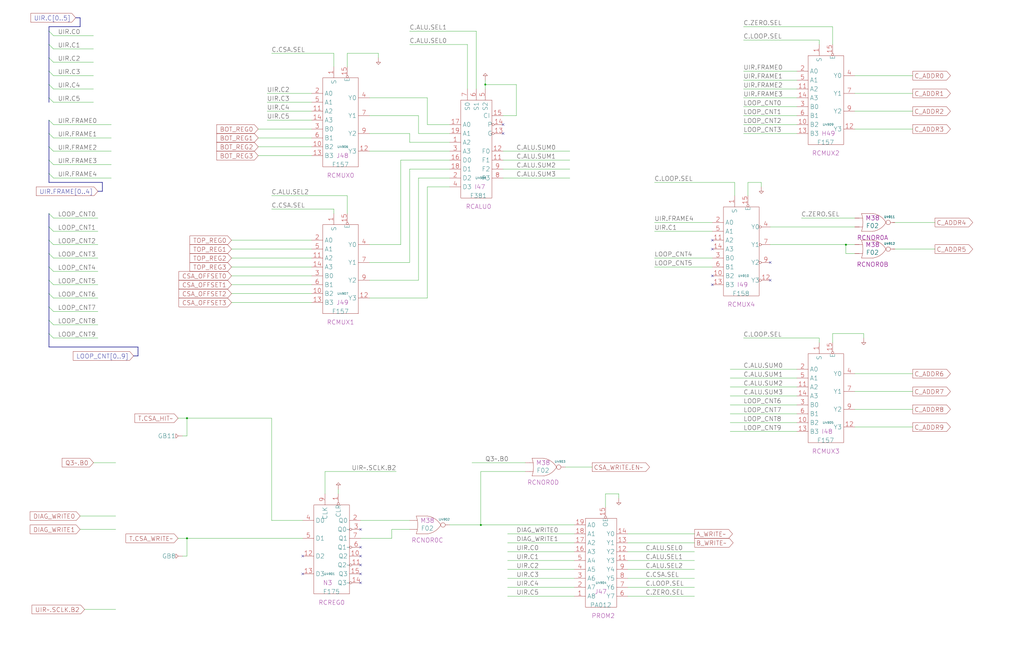
<source format=kicad_sch>
(kicad_sch (version 20250114) (generator "eeschema") (generator_version "9.0")
  (paper "User" 584.2 378.46)
  (title_block (title "REGISTER FILE CONTROL\\nC ADDRESS GENERATION") (date "15-MAR-90") (rev "1.0") (comment 1 "TYPE") (comment 2 "232-003062") (comment 3 "S400") (comment 4 "RELEASED"))
  (lib_symbols
    (symbol "r1000:F02" (pin_numbers (hide yes)) (pin_names (hide yes))
      (property "Reference" "U" (at 12.16 0.635 0))
      (property "Value" "F02" (at -1.27 -4.445 0))
      (property "Location" "___" (at 2.54 0 0))
      (property "Name" "______" (at 2.54 -12.7 0))
      (symbol "F02_0_1"
        (arc (start -3.81 2.54) (mid -2.9847 -2.54) (end -3.81 -7.62) (stroke (width 0.1524)))
        (polyline (pts (xy -5.08 0) (xy -3.175 0)) (stroke (width 0.1524)))
        (polyline (pts (xy -5.08 -5.08) (xy -3.175 -5.08)) (stroke (width 0.1524)))
        (polyline (pts (xy -3.81 2.54) (xy 2.54 2.54)) (stroke (width 0.1524)))
        (polyline (pts (xy -3.81 -7.62) (xy 2.54 -7.62)) (stroke (width 0.1524)))
        (arc (start 2.54 2.54) (mid 6.9477 0.8966) (end 10.16 -2.54) (stroke (width 0.1524)))
        (arc (start 10.16 -2.54) (mid 6.9515 -5.9823) (end 2.54 -7.62) (stroke (width 0.1524)))
        (circle (center 11.43 -2.54) (radius 1.27) (stroke (width 0.1524)))
        (polyline (pts (xy 13.97 -2.54) (xy 12.7 -2.54)) (stroke (width 0.1524)))
      )
      (symbol "F02_0_2"
        (circle (center -3.81 0) (radius 1.27) (stroke (width 0.1524)))
        (circle (center -3.81 -5.08) (radius 1.27) (stroke (width 0.1524)))
        (polyline (pts (xy -2.54 2.54) (xy -2.54 -7.62)) (stroke (width 0.1524)))
        (polyline (pts (xy -2.54 2.54) (xy 5.08 2.54)) (stroke (width 0.1524)))
        (polyline (pts (xy -2.54 -7.62) (xy 5.08 -7.62)) (stroke (width 0.1524)))
        (arc (start 5.08 2.54) (mid 10.1281 -2.54) (end 5.08 -7.62) (stroke (width 0.1524)))
        (polyline (pts (xy 11.43 -2.54) (xy 10.16 -2.54)) (stroke (width 0.1524)))
        (polyline (pts (xy 11.43 -2.54) (xy 12.7 -2.54)) (stroke (width 0.1524)))
      )
      (symbol "F02_1_1"
        (pin input line (at -7.62 0 0) (length 2.54) (name "D0") (number "1"))
        (pin input line (at -7.62 -5.08 0) (length 2.54) (name "D1") (number "2"))
        (pin output line (at 15.24 -2.54 180) (length 1.27) (name "Q") (number "3"))
      )
      (symbol "F02_1_2"
        (pin input line (at -7.62 0 0) (length 2.54) (name "D0") (number "1"))
        (pin input line (at -7.62 -5.08 0) (length 2.54) (name "D1") (number "2"))
        (pin output line (at 15.24 -2.54 180) (length 2.54) (name "Q") (number "3"))
      )
    )
    (symbol "r1000:F157" (pin_names (offset 1.016))
      (property "Reference" "U" (at 2.54 5.08 0))
      (property "Value" "F157" (at -3.81 -5.08 0))
      (property "Location" "___" (at -1.27 0 0))
      (property "Name" "______" (at 1.27 -12.7 0))
      (symbol "F157_1_1"
        (rectangle (start -8.89 44.45) (end 11.43 -6.35))
        (circle (center 5.08 45.085) (radius 0.635))
        (pin input line (at -15.24 35.56 0) (length 6.35) (name "A0") (number "2"))
        (pin input line (at -15.24 30.48 0) (length 6.35) (name "A1") (number "5"))
        (pin input line (at -15.24 25.4 0) (length 6.35) (name "A2") (number "11"))
        (pin input line (at -15.24 20.32 0) (length 6.35) (name "A3") (number "14"))
        (pin input line (at -15.24 15.24 0) (length 6.35) (name "B0") (number "3"))
        (pin input line (at -15.24 10.16 0) (length 6.35) (name "B1") (number "6"))
        (pin input line (at -15.24 5.08 0) (length 6.35) (name "B2") (number "10"))
        (pin input line (at -15.24 0 0) (length 6.35) (name "B3") (number "13"))
        (pin input line (at -2.54 50.8 270) (length 6.35) (name "S") (number "1"))
        (pin input line (at 5.08 50.8 270) (length 5.08) (name "E") (number "15"))
        (pin output line (at 17.78 33.02 180) (length 6.35) (name "Y0") (number "4"))
        (pin output line (at 17.78 22.86 180) (length 6.35) (name "Y1") (number "7"))
        (pin output line (at 17.78 12.7 180) (length 6.35) (name "Y2") (number "9"))
        (pin output line (at 17.78 2.54 180) (length 6.35) (name "Y3") (number "12"))
      )
    )
    (symbol "r1000:F158" (pin_names (offset 1.016))
      (property "Reference" "U" (at 2.54 5.08 0))
      (property "Value" "F158" (at -3.81 -5.08 0))
      (property "Location" "___" (at -1.27 0 0))
      (property "Name" "______" (at 1.27 -12.7 0))
      (symbol "F158_1_1"
        (rectangle (start -8.89 44.45) (end 11.43 -6.35))
        (circle (center 5.08 45.085) (radius 0.635))
        (circle (center 12.065 33.02) (radius 0.635))
        (circle (center 12.065 22.86) (radius 0.635))
        (circle (center 12.065 12.7) (radius 0.635))
        (circle (center 12.065 2.54) (radius 0.635))
        (pin input line (at -15.24 35.56 0) (length 6.35) (name "A0") (number "2"))
        (pin input line (at -15.24 30.48 0) (length 6.35) (name "A1") (number "5"))
        (pin input line (at -15.24 25.4 0) (length 6.35) (name "A2") (number "11"))
        (pin input line (at -15.24 20.32 0) (length 6.35) (name "A3") (number "14"))
        (pin input line (at -15.24 15.24 0) (length 6.35) (name "B0") (number "3"))
        (pin input line (at -15.24 10.16 0) (length 6.35) (name "B1") (number "6"))
        (pin input line (at -15.24 5.08 0) (length 6.35) (name "B2") (number "10"))
        (pin input line (at -15.24 0 0) (length 6.35) (name "B3") (number "13"))
        (pin input line (at -2.54 50.8 270) (length 6.35) (name "S") (number "1"))
        (pin input line (at 5.08 50.8 270) (length 5.08) (name "E") (number "15"))
        (pin output line (at 17.78 33.02 180) (length 5.08) (name "Y0") (number "4"))
        (pin output line (at 17.78 22.86 180) (length 5.08) (name "Y1") (number "7"))
        (pin output line (at 17.78 12.7 180) (length 5.08) (name "Y2") (number "9"))
        (pin output line (at 17.78 2.54 180) (length 5.08) (name "Y3") (number "12"))
      )
    )
    (symbol "r1000:F175" (pin_names (offset 1.016))
      (property "Reference" "U" (at 2.54 5.08 0))
      (property "Value" "F175" (at -1.27 -5.08 0))
      (property "Location" "___" (at -1.27 0 0))
      (property "Name" "______" (at 3.81 -12.7 0))
      (symbol "F175_1_1"
        (rectangle (start -6.35 44.45) (end 13.97 -6.35))
        (circle (center 7.62 45.085) (radius 0.635))
        (circle (center 14.605 30.48) (radius 0.635))
        (circle (center 14.605 20.32) (radius 0.635))
        (circle (center 14.605 10.16) (radius 0.635))
        (circle (center 14.605 0) (radius 0.635))
        (pin input line (at -12.7 35.56 0) (length 6.35) (name "D0") (number "4"))
        (pin input line (at -12.7 25.4 0) (length 6.35) (name "D1") (number "5"))
        (pin input line (at -12.7 15.24 0) (length 6.35) (name "D2") (number "12"))
        (pin input line (at -12.7 5.08 0) (length 6.35) (name "D3") (number "13"))
        (pin input line (at 0 50.8 270) (length 6.35) (name "CLK") (number "9"))
        (pin input line (at 7.62 50.8 270) (length 5.08) (name "CLR") (number "1"))
        (pin output line (at 20.32 35.56 180) (length 6.35) (name "Q0") (number "2"))
        (pin output line (at 20.32 30.48 180) (length 5.08) (name "Q0~") (number "3"))
        (pin output line (at 20.32 25.4 180) (length 6.35) (name "Q1") (number "7"))
        (pin output line (at 20.32 20.32 180) (length 5.08) (name "Q1~") (number "6"))
        (pin output line (at 20.32 15.24 180) (length 6.35) (name "Q2") (number "10"))
        (pin output line (at 20.32 10.16 180) (length 5.08) (name "Q2~") (number "11"))
        (pin output line (at 20.32 5.08 180) (length 6.35) (name "Q3") (number "15"))
        (pin output line (at 20.32 0 180) (length 5.08) (name "Q3~") (number "14"))
      )
    )
    (symbol "r1000:F381" (pin_names (offset 1.016))
      (property "Reference" "U" (at 2.54 5.08 0))
      (property "Value" "F381" (at -3.81 -5.08 0))
      (property "Location" "___" (at -1.27 0 0))
      (property "Name" "______" (at 1.27 -12.7 0))
      (symbol "F381_1_1"
        (rectangle (start -8.89 49.53) (end 8.89 -6.35))
        (circle (center 9.525 35.56) (radius 0.635))
        (circle (center 9.525 30.48) (radius 0.635))
        (pin input line (at -15.24 35.56 0) (length 6.35) (name "A0") (number "17"))
        (pin input line (at -15.24 30.48 0) (length 6.35) (name "A1") (number "19"))
        (pin input line (at -15.24 25.4 0) (length 6.35) (name "A2") (number "1"))
        (pin input line (at -15.24 20.32 0) (length 6.35) (name "A3") (number "3"))
        (pin input line (at -15.24 15.24 0) (length 6.35) (name "D0") (number "16"))
        (pin input line (at -15.24 10.16 0) (length 6.35) (name "D1") (number "18"))
        (pin input line (at -15.24 5.08 0) (length 6.35) (name "D2") (number "2"))
        (pin input line (at -15.24 0 0) (length 6.35) (name "D3") (number "4"))
        (pin input line (at -5.08 55.88 270) (length 6.35) (name "S0") (number "7"))
        (pin input line (at 0 55.88 270) (length 6.35) (name "S1") (number "6"))
        (pin input line (at 5.08 55.88 270) (length 6.35) (name "S2") (number "5"))
        (pin input line (at 15.24 40.64 180) (length 6.35) (name "CI") (number "15"))
        (pin output line (at 15.24 35.56 180) (length 5.08) (name "P") (number "14"))
        (pin output line (at 15.24 30.48 180) (length 5.08) (name "G") (number "13"))
        (pin output line (at 15.24 20.32 180) (length 6.35) (name "F0") (number "12"))
        (pin output line (at 15.24 15.24 180) (length 6.35) (name "F1") (number "11"))
        (pin output line (at 15.24 10.16 180) (length 6.35) (name "F2") (number "9"))
        (pin output line (at 15.24 5.08 180) (length 6.35) (name "F3") (number "8"))
      )
    )
    (symbol "r1000:GB" (pin_numbers (hide yes)) (pin_names (offset 0) (hide yes))
      (property "Reference" "GB" (at 3.81 0 0))
      (symbol "GB_0_1"
        (polyline (pts (xy 2.54 0) (xy 3.81 1.27) (xy 3.81 -1.27) (xy 2.54 0)) (stroke (width 0.1524)))
      )
      (symbol "GB_1_1"
        (pin bidirectional line (at 0 0 0) (length 2.54) (name "") (number "1"))
      )
    )
    (symbol "r1000:PAxxx" (pin_names (offset 1.016))
      (property "Reference" "U" (at 2.54 5.08 0))
      (property "Value" "PAxxx" (at -3.81 -7.62 0))
      (property "Location" "___" (at -1.27 0 0))
      (property "Name" "______" (at 3.81 -15.24 0))
      (symbol "PAxxx_1_1"
        (rectangle (start -6.35 41.91) (end 11.43 -8.89))
        (circle (center 5.08 42.545) (radius 0.635))
        (pin input line (at -12.7 38.1 0) (length 6.35) (name "A0") (number "19"))
        (pin input line (at -12.7 33.02 0) (length 6.35) (name "A1") (number "18"))
        (pin input line (at -12.7 27.94 0) (length 6.35) (name "A2") (number "17"))
        (pin input line (at -12.7 22.86 0) (length 6.35) (name "A3") (number "16"))
        (pin input line (at -12.7 17.78 0) (length 6.35) (name "A4") (number "5"))
        (pin input line (at -12.7 12.7 0) (length 6.35) (name "A5") (number "4"))
        (pin input line (at -12.7 7.62 0) (length 6.35) (name "A6") (number "3"))
        (pin input line (at -12.7 2.54 0) (length 6.35) (name "A7") (number "2"))
        (pin input line (at -12.7 -2.54 0) (length 6.35) (name "A8") (number "1"))
        (pin input line (at 5.08 48.26 270) (length 5.08) (name "OE") (number "15"))
        (pin tri_state line (at 17.78 33.02 180) (length 6.35) (name "Y0") (number "14"))
        (pin tri_state line (at 17.78 27.94 180) (length 6.35) (name "Y1") (number "13"))
        (pin tri_state line (at 17.78 22.86 180) (length 6.35) (name "Y2") (number "12"))
        (pin tri_state line (at 17.78 17.78 180) (length 6.35) (name "Y3") (number "11"))
        (pin tri_state line (at 17.78 12.7 180) (length 6.35) (name "Y4") (number "9"))
        (pin tri_state line (at 17.78 7.62 180) (length 6.35) (name "Y5") (number "8"))
        (pin tri_state line (at 17.78 2.54 180) (length 6.35) (name "Y6") (number "7"))
        (pin tri_state line (at 17.78 -2.54 180) (length 6.35) (name "Y7") (number "6"))
      )
    )
    (symbol "r1000:PD" (power) (pin_numbers (hide yes)) (pin_names (hide yes)) (in_bom no)
      (symbol "PD_0_1"
        (polyline (pts (xy 0 -2.54) (xy 1.27 -2.54) (xy 0 -3.81) (xy -1.27 -2.54) (xy 0 -2.54)) (stroke (width 0.1524)))
      )
      (symbol "PD_1_1"
        (pin power_in line (at 0 0 270) (length 2.54) (name "PD") (number "1"))
      )
    )
    (symbol "r1000:PU" (power) (pin_numbers (hide yes)) (pin_names (hide yes))
      (symbol "PU_0_1"
        (polyline (pts (xy 0 2.54) (xy -1.27 2.54) (xy 0 3.81) (xy 1.27 2.54) (xy 0 2.54)) (stroke (width 0.1524)))
      )
      (symbol "PU_1_1"
        (pin power_in line (at 0 0 90) (length 2.54) (name "PU") (number "1"))
      )
    )
  )
  (junction (at 106.68 238.76))
  (junction (at 274.32 299.72))
  (junction (at 106.68 307.34))
  (junction (at 276.86 48.26))
  (junction (at 482.6 139.7))
  (no_connect (at 287.02 71.12))
  (no_connect (at 406.4 142.24))
  (no_connect (at 406.4 137.16))
  (no_connect (at 439.42 160.02))
  (no_connect (at 205.74 312.42))
  (no_connect (at 205.74 327.66))
  (no_connect (at 406.4 162.56))
  (no_connect (at 205.74 332.74))
  (no_connect (at 205.74 322.58))
  (no_connect (at 205.74 317.5))
  (no_connect (at 287.02 76.2))
  (no_connect (at 172.72 327.66))
  (no_connect (at 406.4 157.48))
  (no_connect (at 205.74 302.26))
  (no_connect (at 172.72 317.5))
  (no_connect (at 439.42 149.86))
  (bus_entry (at 27.94 48.26) (size 2.54 2.54))
  (bus_entry (at 27.94 167.64) (size 2.54 2.54))
  (bus_entry (at 27.94 121.92) (size 2.54 2.54))
  (bus_entry (at 27.94 91.44) (size 2.54 2.54))
  (bus_entry (at 27.94 137.16) (size 2.54 2.54))
  (bus_entry (at 27.94 40.64) (size 2.54 2.54))
  (bus_entry (at 27.94 144.78) (size 2.54 2.54))
  (bus_entry (at 27.94 160.02) (size 2.54 2.54))
  (bus_entry (at 27.94 33.02) (size 2.54 2.54))
  (bus_entry (at 27.94 83.82) (size 2.54 2.54))
  (bus_entry (at 27.94 99.06) (size 2.54 2.54))
  (bus_entry (at 27.94 182.88) (size 2.54 2.54))
  (bus_entry (at 27.94 190.5) (size 2.54 2.54))
  (bus_entry (at 27.94 152.4) (size 2.54 2.54))
  (bus_entry (at 27.94 17.78) (size 2.54 2.54))
  (bus_entry (at 27.94 76.2) (size 2.54 2.54))
  (bus_entry (at 27.94 175.26) (size 2.54 2.54))
  (bus_entry (at 27.94 55.88) (size 2.54 2.54))
  (bus_entry (at 27.94 68.58) (size 2.54 2.54))
  (bus_entry (at 27.94 25.4) (size 2.54 2.54))
  (bus_entry (at 27.94 129.54) (size 2.54 2.54))
  (wire (pts (xy 210.82 66.04) (xy 238.76 66.04)))
  (bus (pts (xy 45.72 15.24) (xy 27.94 15.24)))
  (wire (pts (xy 487.68 53.34) (xy 520.7 53.34)))
  (wire (pts (xy 276.86 45.72) (xy 276.86 48.26)))
  (wire (pts (xy 424.18 40.64) (xy 454.66 40.64)))
  (wire (pts (xy 424.18 60.96) (xy 454.66 60.96)))
  (bus (pts (xy 27.94 167.64) (xy 27.94 175.26)))
  (wire (pts (xy 289.56 340.36) (xy 327.66 340.36)))
  (wire (pts (xy 256.54 96.52) (xy 233.68 96.52)))
  (wire (pts (xy 358.14 309.88) (xy 396.24 309.88)))
  (bus (pts (xy 27.94 83.82) (xy 27.94 91.44)))
  (bus (pts (xy 27.94 182.88) (xy 27.94 190.5)))
  (wire (pts (xy 147.32 88.9) (xy 177.8 88.9)))
  (wire (pts (xy 30.48 147.32) (xy 55.88 147.32)))
  (wire (pts (xy 30.48 50.8) (xy 53.34 50.8)))
  (wire (pts (xy 152.4 63.5) (xy 177.8 63.5)))
  (bus (pts (xy 27.94 121.92) (xy 27.94 129.54)))
  (wire (pts (xy 510.54 127) (xy 533.4 127)))
  (wire (pts (xy 256.54 299.72) (xy 274.32 299.72)))
  (wire (pts (xy 467.36 22.86) (xy 424.18 22.86)))
  (wire (pts (xy 424.18 55.88) (xy 454.66 55.88)))
  (wire (pts (xy 373.38 152.4) (xy 406.4 152.4)))
  (wire (pts (xy 30.48 162.56) (xy 55.88 162.56)))
  (wire (pts (xy 287.02 86.36) (xy 325.12 86.36)))
  (wire (pts (xy 289.56 309.88) (xy 327.66 309.88)))
  (wire (pts (xy 439.42 139.7) (xy 482.6 139.7)))
  (wire (pts (xy 30.48 154.94) (xy 55.88 154.94)))
  (wire (pts (xy 30.48 43.18) (xy 53.34 43.18)))
  (wire (pts (xy 487.68 73.66) (xy 520.7 73.66)))
  (wire (pts (xy 487.68 63.5) (xy 520.7 63.5)))
  (wire (pts (xy 269.24 264.16) (xy 299.72 264.16)))
  (wire (pts (xy 132.08 147.32) (xy 177.8 147.32)))
  (wire (pts (xy 434.34 104.14) (xy 434.34 106.68)))
  (wire (pts (xy 482.6 139.7) (xy 487.68 139.7)))
  (wire (pts (xy 294.64 66.04) (xy 294.64 48.26)))
  (wire (pts (xy 185.42 281.94) (xy 185.42 269.24)))
  (wire (pts (xy 30.48 101.6) (xy 63.5 101.6)))
  (wire (pts (xy 233.68 81.28) (xy 233.68 76.2)))
  (wire (pts (xy 419.1 111.76) (xy 419.1 104.14)))
  (wire (pts (xy 492.76 190.5) (xy 492.76 193.04)))
  (wire (pts (xy 424.18 45.72) (xy 454.66 45.72)))
  (wire (pts (xy 30.48 20.32) (xy 53.34 20.32)))
  (bus (pts (xy 58.42 109.22) (xy 58.42 104.14)))
  (wire (pts (xy 274.32 299.72) (xy 327.66 299.72)))
  (bus (pts (xy 27.94 137.16) (xy 27.94 144.78)))
  (wire (pts (xy 185.42 269.24) (xy 226.06 269.24)))
  (wire (pts (xy 289.56 304.8) (xy 327.66 304.8)))
  (wire (pts (xy 30.48 193.04) (xy 55.88 193.04)))
  (bus (pts (xy 27.94 40.64) (xy 27.94 48.26)))
  (wire (pts (xy 154.94 238.76) (xy 154.94 297.18)))
  (bus (pts (xy 27.94 160.02) (xy 27.94 167.64)))
  (wire (pts (xy 210.82 86.36) (xy 256.54 86.36)))
  (wire (pts (xy 233.68 149.86) (xy 210.82 149.86)))
  (wire (pts (xy 152.4 58.42) (xy 177.8 58.42)))
  (bus (pts (xy 27.94 91.44) (xy 27.94 99.06)))
  (wire (pts (xy 193.04 279.4) (xy 193.04 281.94)))
  (wire (pts (xy 322.58 266.7) (xy 337.82 266.7)))
  (wire (pts (xy 419.1 104.14) (xy 373.38 104.14)))
  (wire (pts (xy 152.4 53.34) (xy 177.8 53.34)))
  (bus (pts (xy 58.42 104.14) (xy 27.94 104.14)))
  (wire (pts (xy 358.14 340.36) (xy 396.24 340.36)))
  (wire (pts (xy 30.48 27.94) (xy 53.34 27.94)))
  (wire (pts (xy 30.48 132.08) (xy 55.88 132.08)))
  (wire (pts (xy 30.48 86.36) (xy 63.5 86.36)))
  (wire (pts (xy 287.02 66.04) (xy 294.64 66.04)))
  (wire (pts (xy 487.68 243.84) (xy 520.7 243.84)))
  (wire (pts (xy 358.14 330.2) (xy 396.24 330.2)))
  (wire (pts (xy 294.64 48.26) (xy 276.86 48.26)))
  (wire (pts (xy 353.06 281.94) (xy 345.44 281.94)))
  (wire (pts (xy 426.72 111.76) (xy 426.72 104.14)))
  (wire (pts (xy 30.48 185.42) (xy 55.88 185.42)))
  (wire (pts (xy 106.68 238.76) (xy 154.94 238.76)))
  (wire (pts (xy 104.14 248.92) (xy 106.68 248.92)))
  (wire (pts (xy 358.14 335.28) (xy 396.24 335.28)))
  (wire (pts (xy 289.56 320.04) (xy 327.66 320.04)))
  (wire (pts (xy 266.7 50.8) (xy 266.7 25.4)))
  (bus (pts (xy 27.94 48.26) (xy 27.94 55.88)))
  (wire (pts (xy 223.52 307.34) (xy 205.74 307.34)))
  (wire (pts (xy 289.56 335.28) (xy 327.66 335.28)))
  (bus (pts (xy 45.72 10.16) (xy 45.72 15.24)))
  (wire (pts (xy 289.56 330.2) (xy 327.66 330.2)))
  (wire (pts (xy 474.98 25.4) (xy 474.98 15.24)))
  (wire (pts (xy 198.12 111.76) (xy 154.94 111.76)))
  (wire (pts (xy 223.52 302.26) (xy 223.52 307.34)))
  (wire (pts (xy 147.32 78.74) (xy 177.8 78.74)))
  (wire (pts (xy 30.48 78.74) (xy 63.5 78.74)))
  (wire (pts (xy 152.4 68.58) (xy 177.8 68.58)))
  (wire (pts (xy 416.56 226.06) (xy 454.66 226.06)))
  (bus (pts (xy 27.94 129.54) (xy 27.94 137.16)))
  (wire (pts (xy 373.38 132.08) (xy 406.4 132.08)))
  (wire (pts (xy 510.54 142.24) (xy 533.4 142.24)))
  (bus (pts (xy 27.94 190.5) (xy 27.94 198.12)))
  (wire (pts (xy 276.86 48.26) (xy 276.86 50.8)))
  (wire (pts (xy 238.76 101.6) (xy 256.54 101.6)))
  (wire (pts (xy 243.84 55.88) (xy 210.82 55.88)))
  (bus (pts (xy 27.94 99.06) (xy 27.94 104.14)))
  (wire (pts (xy 101.6 238.76) (xy 106.68 238.76)))
  (wire (pts (xy 358.14 314.96) (xy 396.24 314.96)))
  (wire (pts (xy 233.68 76.2) (xy 210.82 76.2)))
  (bus (pts (xy 55.88 109.22) (xy 58.42 109.22)))
  (wire (pts (xy 439.42 129.54) (xy 487.68 129.54)))
  (bus (pts (xy 76.2 203.2) (xy 78.74 203.2)))
  (wire (pts (xy 132.08 162.56) (xy 177.8 162.56)))
  (wire (pts (xy 106.68 307.34) (xy 172.72 307.34)))
  (bus (pts (xy 27.94 55.88) (xy 27.94 58.42)))
  (wire (pts (xy 474.98 195.58) (xy 474.98 190.5)))
  (wire (pts (xy 30.48 170.18) (xy 55.88 170.18)))
  (wire (pts (xy 215.9 33.02) (xy 215.9 30.48)))
  (wire (pts (xy 45.72 294.64) (xy 66.04 294.64)))
  (wire (pts (xy 424.18 71.12) (xy 454.66 71.12)))
  (wire (pts (xy 353.06 284.48) (xy 353.06 281.94)))
  (wire (pts (xy 190.5 38.1) (xy 190.5 30.48)))
  (wire (pts (xy 198.12 121.92) (xy 198.12 111.76)))
  (bus (pts (xy 27.94 25.4) (xy 27.94 33.02)))
  (wire (pts (xy 274.32 269.24) (xy 299.72 269.24)))
  (wire (pts (xy 256.54 81.28) (xy 233.68 81.28)))
  (wire (pts (xy 474.98 190.5) (xy 492.76 190.5)))
  (wire (pts (xy 132.08 157.48) (xy 177.8 157.48)))
  (wire (pts (xy 30.48 58.42) (xy 53.34 58.42)))
  (wire (pts (xy 132.08 152.4) (xy 177.8 152.4)))
  (wire (pts (xy 30.48 124.46) (xy 55.88 124.46)))
  (bus (pts (xy 27.94 15.24) (xy 27.94 17.78)))
  (wire (pts (xy 416.56 241.3) (xy 454.66 241.3)))
  (wire (pts (xy 132.08 167.64) (xy 177.8 167.64)))
  (wire (pts (xy 45.72 302.26) (xy 66.04 302.26)))
  (wire (pts (xy 467.36 195.58) (xy 467.36 193.04)))
  (wire (pts (xy 289.56 325.12) (xy 327.66 325.12)))
  (bus (pts (xy 27.94 33.02) (xy 27.94 40.64)))
  (wire (pts (xy 424.18 66.04) (xy 454.66 66.04)))
  (bus (pts (xy 43.18 10.16) (xy 45.72 10.16)))
  (wire (pts (xy 416.56 215.9) (xy 454.66 215.9)))
  (wire (pts (xy 416.56 236.22) (xy 454.66 236.22)))
  (wire (pts (xy 358.14 304.8) (xy 396.24 304.8)))
  (wire (pts (xy 154.94 297.18) (xy 172.72 297.18)))
  (wire (pts (xy 287.02 101.6) (xy 325.12 101.6)))
  (bus (pts (xy 27.94 144.78) (xy 27.94 152.4)))
  (wire (pts (xy 233.68 302.26) (xy 223.52 302.26)))
  (wire (pts (xy 228.6 91.44) (xy 256.54 91.44)))
  (wire (pts (xy 358.14 320.04) (xy 396.24 320.04)))
  (wire (pts (xy 104.14 317.5) (xy 106.68 317.5)))
  (wire (pts (xy 147.32 73.66) (xy 177.8 73.66)))
  (bus (pts (xy 27.94 17.78) (xy 27.94 25.4)))
  (wire (pts (xy 416.56 231.14) (xy 454.66 231.14)))
  (bus (pts (xy 78.74 203.2) (xy 78.74 198.12)))
  (wire (pts (xy 416.56 220.98) (xy 454.66 220.98)))
  (wire (pts (xy 190.5 119.38) (xy 154.94 119.38)))
  (wire (pts (xy 30.48 71.12) (xy 63.5 71.12)))
  (wire (pts (xy 106.68 317.5) (xy 106.68 307.34)))
  (wire (pts (xy 190.5 121.92) (xy 190.5 119.38)))
  (wire (pts (xy 132.08 142.24) (xy 177.8 142.24)))
  (wire (pts (xy 487.68 223.52) (xy 520.7 223.52)))
  (wire (pts (xy 287.02 91.44) (xy 325.12 91.44)))
  (wire (pts (xy 424.18 50.8) (xy 454.66 50.8)))
  (wire (pts (xy 424.18 76.2) (xy 454.66 76.2)))
  (wire (pts (xy 487.68 43.18) (xy 520.7 43.18)))
  (wire (pts (xy 30.48 35.56) (xy 53.34 35.56)))
  (wire (pts (xy 238.76 66.04) (xy 238.76 76.2)))
  (wire (pts (xy 30.48 93.98) (xy 63.5 93.98)))
  (wire (pts (xy 373.38 147.32) (xy 406.4 147.32)))
  (wire (pts (xy 48.26 347.98) (xy 66.04 347.98)))
  (wire (pts (xy 482.6 144.78) (xy 482.6 139.7)))
  (bus (pts (xy 27.94 175.26) (xy 27.94 182.88)))
  (wire (pts (xy 256.54 71.12) (xy 243.84 71.12)))
  (wire (pts (xy 256.54 106.68) (xy 243.84 106.68)))
  (wire (pts (xy 243.84 170.18) (xy 210.82 170.18)))
  (wire (pts (xy 147.32 83.82) (xy 177.8 83.82)))
  (wire (pts (xy 289.56 314.96) (xy 327.66 314.96)))
  (wire (pts (xy 198.12 30.48) (xy 198.12 38.1)))
  (wire (pts (xy 487.68 233.68) (xy 520.7 233.68)))
  (wire (pts (xy 457.2 124.46) (xy 487.68 124.46)))
  (wire (pts (xy 132.08 137.16) (xy 177.8 137.16)))
  (wire (pts (xy 487.68 144.78) (xy 482.6 144.78)))
  (wire (pts (xy 228.6 139.7) (xy 228.6 91.44)))
  (wire (pts (xy 233.68 96.52) (xy 233.68 149.86)))
  (wire (pts (xy 210.82 160.02) (xy 238.76 160.02)))
  (wire (pts (xy 426.72 104.14) (xy 434.34 104.14)))
  (bus (pts (xy 27.94 152.4) (xy 27.94 160.02)))
  (wire (pts (xy 467.36 193.04) (xy 424.18 193.04)))
  (bus (pts (xy 78.74 198.12) (xy 27.94 198.12)))
  (wire (pts (xy 215.9 30.48) (xy 198.12 30.48)))
  (wire (pts (xy 416.56 246.38) (xy 454.66 246.38)))
  (wire (pts (xy 358.14 325.12) (xy 396.24 325.12)))
  (wire (pts (xy 53.34 264.16) (xy 66.04 264.16)))
  (wire (pts (xy 243.84 106.68) (xy 243.84 170.18)))
  (wire (pts (xy 287.02 96.52) (xy 325.12 96.52)))
  (wire (pts (xy 132.08 172.72) (xy 177.8 172.72)))
  (wire (pts (xy 416.56 210.82) (xy 454.66 210.82)))
  (wire (pts (xy 243.84 71.12) (xy 243.84 55.88)))
  (wire (pts (xy 238.76 76.2) (xy 256.54 76.2)))
  (wire (pts (xy 30.48 177.8) (xy 55.88 177.8)))
  (wire (pts (xy 101.6 307.34) (xy 106.68 307.34)))
  (bus (pts (xy 27.94 68.58) (xy 27.94 76.2)))
  (wire (pts (xy 238.76 160.02) (xy 238.76 101.6)))
  (wire (pts (xy 474.98 15.24) (xy 424.18 15.24)))
  (wire (pts (xy 210.82 139.7) (xy 228.6 139.7)))
  (wire (pts (xy 271.78 17.78) (xy 233.68 17.78)))
  (wire (pts (xy 467.36 25.4) (xy 467.36 22.86)))
  (wire (pts (xy 190.5 30.48) (xy 154.94 30.48)))
  (wire (pts (xy 30.48 139.7) (xy 55.88 139.7)))
  (bus (pts (xy 27.94 76.2) (xy 27.94 83.82)))
  (wire (pts (xy 266.7 25.4) (xy 233.68 25.4)))
  (wire (pts (xy 373.38 127) (xy 406.4 127)))
  (wire (pts (xy 106.68 248.92) (xy 106.68 238.76)))
  (wire (pts (xy 487.68 213.36) (xy 520.7 213.36)))
  (wire (pts (xy 271.78 50.8) (xy 271.78 17.78)))
  (wire (pts (xy 274.32 299.72) (xy 274.32 269.24)))
  (wire (pts (xy 205.74 297.18) (xy 233.68 297.18)))
  (wire (pts (xy 345.44 281.94) (xy 345.44 289.56)))
  (label "LOOP_CNT3" (at 33.02 147.32 0) (effects (font (size 2.54 2.54))))
  (label "UIR.FRAME4" (at 33.02 101.6 0) (effects (font (size 2.54 2.54))))
  (label "C.ALU.SUM0" (at 424.18 210.82 0) (effects (font (size 2.54 2.54))))
  (label "C.ALU.SUM2" (at 294.64 96.52 0) (effects (font (size 2.54 2.54))))
  (label "C.LOOP.SEL" (at 424.18 193.04 0) (effects (font (size 2.54 2.54))))
  (label "LOOP_CNT7" (at 424.18 236.22 0) (effects (font (size 2.54 2.54))))
  (label "C.CSA.SEL" (at 368.3 330.2 0) (effects (font (size 2.54 2.54))))
  (label "DIAG_WRITE0" (at 294.64 304.8 0) (effects (font (size 2.54 2.54))))
  (label "LOOP_CNT2" (at 424.18 71.12 0) (effects (font (size 2.54 2.54))))
  (label "UIR.C5" (at 294.64 340.36 0) (effects (font (size 2.54 2.54))))
  (label "UIR.C1" (at 33.02 27.94 0) (effects (font (size 2.54 2.54))))
  (label "UIR.C3" (at 294.64 330.2 0) (effects (font (size 2.54 2.54))))
  (label "UIR.FRAME1" (at 33.02 78.74 0) (effects (font (size 2.54 2.54))))
  (label "UIR.C3" (at 152.4 58.42 0) (effects (font (size 2.54 2.54))))
  (label "LOOP_CNT4" (at 373.38 147.32 0) (effects (font (size 2.54 2.54))))
  (label "UIR.C1" (at 294.64 320.04 0) (effects (font (size 2.54 2.54))))
  (label "UIR.C0" (at 294.64 314.96 0) (effects (font (size 2.54 2.54))))
  (label "C.ALU.SEL1" (at 368.3 320.04 0) (effects (font (size 2.54 2.54))))
  (label "LOOP_CNT9" (at 33.02 193.04 0) (effects (font (size 2.54 2.54))))
  (label "C.ALU.SEL2" (at 368.3 325.12 0) (effects (font (size 2.54 2.54))))
  (label "UIR.C2" (at 33.02 35.56 0) (effects (font (size 2.54 2.54))))
  (label "LOOP_CNT5" (at 33.02 162.56 0) (effects (font (size 2.54 2.54))))
  (label "LOOP_CNT5" (at 373.38 152.4 0) (effects (font (size 2.54 2.54))))
  (label "UIR.C0" (at 33.02 20.32 0) (effects (font (size 2.54 2.54))))
  (label "C.LOOP.SEL" (at 368.3 335.28 0) (effects (font (size 2.54 2.54))))
  (label "UIR.C5" (at 33.02 58.42 0) (effects (font (size 2.54 2.54))))
  (label "LOOP_CNT1" (at 33.02 132.08 0) (effects (font (size 2.54 2.54))))
  (label "C.ZERO.SEL" (at 368.3 340.36 0) (effects (font (size 2.54 2.54))))
  (label "UIR~.SCLK.B2" (at 200.66 269.24 0) (effects (font (size 2.54 2.54))))
  (label "C.ALU.SEL1" (at 233.68 17.78 0) (effects (font (size 2.54 2.54))))
  (label "UIR.C1" (at 373.38 132.08 0) (effects (font (size 2.54 2.54))))
  (label "C.CSA.SEL" (at 154.94 30.48 0) (effects (font (size 2.54 2.54))))
  (label "LOOP_CNT1" (at 424.18 66.04 0) (effects (font (size 2.54 2.54))))
  (label "C.ALU.SEL0" (at 233.68 25.4 0) (effects (font (size 2.54 2.54))))
  (label "LOOP_CNT4" (at 33.02 154.94 0) (effects (font (size 2.54 2.54))))
  (label "UIR.C3" (at 33.02 43.18 0) (effects (font (size 2.54 2.54))))
  (label "LOOP_CNT8" (at 424.18 241.3 0) (effects (font (size 2.54 2.54))))
  (label "LOOP_CNT0" (at 424.18 60.96 0) (effects (font (size 2.54 2.54))))
  (label "UIR.FRAME0" (at 424.18 40.64 0) (effects (font (size 2.54 2.54))))
  (label "C.ZERO.SEL" (at 457.2 124.46 0) (effects (font (size 2.54 2.54))))
  (label "C.ZERO.SEL" (at 424.18 15.24 0) (effects (font (size 2.54 2.54))))
  (label "C.LOOP.SEL" (at 424.18 22.86 0) (effects (font (size 2.54 2.54))))
  (label "LOOP_CNT8" (at 33.02 185.42 0) (effects (font (size 2.54 2.54))))
  (label "UIR.FRAME2" (at 33.02 86.36 0) (effects (font (size 2.54 2.54))))
  (label "UIR.FRAME3" (at 424.18 55.88 0) (effects (font (size 2.54 2.54))))
  (label "C.ALU.SUM3" (at 294.64 101.6 0) (effects (font (size 2.54 2.54))))
  (label "Q3~.B0" (at 276.86 264.16 0) (effects (font (size 2.54 2.54))))
  (label "UIR.C5" (at 152.4 68.58 0) (effects (font (size 2.54 2.54))))
  (label "UIR.FRAME4" (at 373.38 127 0) (effects (font (size 2.54 2.54))))
  (label "LOOP_CNT9" (at 424.18 246.38 0) (effects (font (size 2.54 2.54))))
  (label "LOOP_CNT6" (at 424.18 231.14 0) (effects (font (size 2.54 2.54))))
  (label "C.CSA.SEL" (at 154.94 119.38 0) (effects (font (size 2.54 2.54))))
  (label "LOOP_CNT6" (at 33.02 170.18 0) (effects (font (size 2.54 2.54))))
  (label "UIR.C2" (at 152.4 53.34 0) (effects (font (size 2.54 2.54))))
  (label "UIR.FRAME1" (at 424.18 45.72 0) (effects (font (size 2.54 2.54))))
  (label "UIR.C4" (at 33.02 50.8 0) (effects (font (size 2.54 2.54))))
  (label "C.ALU.SUM0" (at 294.64 86.36 0) (effects (font (size 2.54 2.54))))
  (label "C.ALU.SEL2" (at 154.94 111.76 0) (effects (font (size 2.54 2.54))))
  (label "LOOP_CNT0" (at 33.02 124.46 0) (effects (font (size 2.54 2.54))))
  (label "C.ALU.SUM2" (at 424.18 220.98 0) (effects (font (size 2.54 2.54))))
  (label "UIR.FRAME2" (at 424.18 50.8 0) (effects (font (size 2.54 2.54))))
  (label "C.ALU.SUM1" (at 294.64 91.44 0) (effects (font (size 2.54 2.54))))
  (label "DIAG_WRITE1" (at 294.64 309.88 0) (effects (font (size 2.54 2.54))))
  (label "C.LOOP.SEL" (at 373.38 104.14 0) (effects (font (size 2.54 2.54))))
  (label "C.ALU.SEL0" (at 368.3 314.96 0) (effects (font (size 2.54 2.54))))
  (label "UIR.C2" (at 294.64 325.12 0) (effects (font (size 2.54 2.54))))
  (label "LOOP_CNT2" (at 33.02 139.7 0) (effects (font (size 2.54 2.54))))
  (label "UIR.FRAME3" (at 33.02 93.98 0) (effects (font (size 2.54 2.54))))
  (label "UIR.FRAME0" (at 33.02 71.12 0) (effects (font (size 2.54 2.54))))
  (label "UIR.C4" (at 152.4 63.5 0) (effects (font (size 2.54 2.54))))
  (label "C.ALU.SUM3" (at 424.18 226.06 0) (effects (font (size 2.54 2.54))))
  (label "LOOP_CNT3" (at 424.18 76.2 0) (effects (font (size 2.54 2.54))))
  (label "C.ALU.SUM1" (at 424.18 215.9 0) (effects (font (size 2.54 2.54))))
  (label "UIR.C4" (at 294.64 335.28 0) (effects (font (size 2.54 2.54))))
  (label "LOOP_CNT7" (at 33.02 177.8 0) (effects (font (size 2.54 2.54))))
  (global_label "TOP_REG3" (shape input) (at 132.08 152.4 180) (effects (font (size 2.54 2.54))) (property "Intersheetrefs" "${INTERSHEET_REFS}" (at 108.3854 152.2413 0) (effects (font (size 1.905 1.905)) (justify right))))
  (global_label "TOP_REG0" (shape input) (at 132.08 137.16 180) (effects (font (size 2.54 2.54))) (property "Intersheetrefs" "${INTERSHEET_REFS}" (at 108.3854 137.0013 0) (effects (font (size 1.905 1.905)) (justify right))))
  (global_label "C_ADDR4" (shape output) (at 533.4 127 0) (effects (font (size 2.54 2.54))) (property "Intersheetrefs" "${INTERSHEET_REFS}" (at 554.9174 126.8413 0) (effects (font (size 1.905 1.905)) (justify left))))
  (global_label "CSA_WRITE.EN~" (shape output) (at 337.82 266.7 0) (effects (font (size 2.54 2.54))) (property "Intersheetrefs" "${INTERSHEET_REFS}" (at 370.586 266.5413 0) (effects (font (size 1.905 1.905)) (justify left))))
  (global_label "C_ADDR8" (shape output) (at 520.7 233.68 0) (effects (font (size 2.54 2.54))) (property "Intersheetrefs" "${INTERSHEET_REFS}" (at 542.2174 233.5213 0) (effects (font (size 1.905 1.905)) (justify left))))
  (global_label "C_ADDR7" (shape output) (at 520.7 223.52 0) (effects (font (size 2.54 2.54))) (property "Intersheetrefs" "${INTERSHEET_REFS}" (at 542.2174 223.3613 0) (effects (font (size 1.905 1.905)) (justify left))))
  (global_label "CSA_OFFSET2" (shape input) (at 132.08 167.64 180) (effects (font (size 2.54 2.54))) (property "Intersheetrefs" "${INTERSHEET_REFS}" (at 102.0959 167.4813 0) (effects (font (size 1.905 1.905)) (justify right))))
  (global_label "C_ADDR6" (shape output) (at 520.7 213.36 0) (effects (font (size 2.54 2.54))) (property "Intersheetrefs" "${INTERSHEET_REFS}" (at 542.2174 213.2013 0) (effects (font (size 1.905 1.905)) (justify left))))
  (global_label "C_ADDR9" (shape output) (at 520.7 243.84 0) (effects (font (size 2.54 2.54))) (property "Intersheetrefs" "${INTERSHEET_REFS}" (at 542.2174 243.6813 0) (effects (font (size 1.905 1.905)) (justify left))))
  (global_label "UIR~.SCLK.B2" (shape input) (at 48.26 347.98 180) (effects (font (size 2.54 2.54))) (property "Intersheetrefs" "${INTERSHEET_REFS}" (at 18.2759 347.8213 0) (effects (font (size 1.905 1.905)) (justify right))))
  (global_label "C_ADDR3" (shape output) (at 520.7 73.66 0) (effects (font (size 2.54 2.54))) (property "Intersheetrefs" "${INTERSHEET_REFS}" (at 542.2174 73.5013 0) (effects (font (size 1.905 1.905)) (justify left))))
  (global_label "BOT_REG2" (shape input) (at 147.32 83.82 180) (effects (font (size 2.54 2.54))) (property "Intersheetrefs" "${INTERSHEET_REFS}" (at 123.6254 83.6613 0) (effects (font (size 1.905 1.905)) (justify right))))
  (global_label "BOT_REG1" (shape input) (at 147.32 78.74 180) (effects (font (size 2.54 2.54))) (property "Intersheetrefs" "${INTERSHEET_REFS}" (at 123.6254 78.5813 0) (effects (font (size 1.905 1.905)) (justify right))))
  (global_label "C_ADDR2" (shape output) (at 520.7 63.5 0) (effects (font (size 2.54 2.54))) (property "Intersheetrefs" "${INTERSHEET_REFS}" (at 542.2174 63.3413 0) (effects (font (size 1.905 1.905)) (justify left))))
  (global_label "DIAG_WRITE1" (shape input) (at 45.72 302.26 180) (effects (font (size 2.54 2.54))) (property "Intersheetrefs" "${INTERSHEET_REFS}" (at 17.1873 302.1013 0) (effects (font (size 1.905 1.905)) (justify right))))
  (global_label "CSA_OFFSET1" (shape input) (at 132.08 162.56 180) (effects (font (size 2.54 2.54))) (property "Intersheetrefs" "${INTERSHEET_REFS}" (at 102.0959 162.4013 0) (effects (font (size 1.905 1.905)) (justify right))))
  (global_label "Q3~.B0" (shape input) (at 53.34 264.16 180) (effects (font (size 2.54 2.54))) (property "Intersheetrefs" "${INTERSHEET_REFS}" (at 35.4511 264.0013 0) (effects (font (size 1.905 1.905)) (justify right))))
  (global_label "C_ADDR0" (shape output) (at 520.7 43.18 0) (effects (font (size 2.54 2.54))) (property "Intersheetrefs" "${INTERSHEET_REFS}" (at 542.2174 43.0213 0) (effects (font (size 1.905 1.905)) (justify left))))
  (global_label "LOOP_CNT[0..9]" (shape input) (at 76.2 203.2 180) (effects (font (size 2.54 2.54))) (property "Intersheetrefs" "${INTERSHEET_REFS}" (at 41.7407 203.0413 0) (effects (font (size 1.905 1.905)) (justify right))))
  (global_label "TOP_REG2" (shape input) (at 132.08 147.32 180) (effects (font (size 2.54 2.54))) (property "Intersheetrefs" "${INTERSHEET_REFS}" (at 108.3854 147.1613 0) (effects (font (size 1.905 1.905)) (justify right))))
  (global_label "UIR.C[0..5]" (shape input) (at 43.18 10.16 180) (effects (font (size 2.54 2.54))) (property "Intersheetrefs" "${INTERSHEET_REFS}" (at 17.5502 10.0013 0) (effects (font (size 1.905 1.905)) (justify right))))
  (global_label "TOP_REG1" (shape input) (at 132.08 142.24 180) (effects (font (size 2.54 2.54))) (property "Intersheetrefs" "${INTERSHEET_REFS}" (at 108.3854 142.0813 0) (effects (font (size 1.905 1.905)) (justify right))))
  (global_label "A_WRITE~" (shape output) (at 396.24 304.8 0) (effects (font (size 2.54 2.54))) (property "Intersheetrefs" "${INTERSHEET_REFS}" (at 417.8784 304.6413 0) (effects (font (size 1.905 1.905)) (justify left))))
  (global_label "C_ADDR5" (shape output) (at 533.4 142.24 0) (effects (font (size 2.54 2.54))) (property "Intersheetrefs" "${INTERSHEET_REFS}" (at 554.9174 142.0813 0) (effects (font (size 1.905 1.905)) (justify left))))
  (global_label "CSA_OFFSET3" (shape input) (at 132.08 172.72 180) (effects (font (size 2.54 2.54))) (property "Intersheetrefs" "${INTERSHEET_REFS}" (at 102.0959 172.5613 0) (effects (font (size 1.905 1.905)) (justify right))))
  (global_label "BOT_REG0" (shape input) (at 147.32 73.66 180) (effects (font (size 2.54 2.54))) (property "Intersheetrefs" "${INTERSHEET_REFS}" (at 123.6254 73.5013 0) (effects (font (size 1.905 1.905)) (justify right))))
  (global_label "DIAG_WRITE0" (shape input) (at 45.72 294.64 180) (effects (font (size 2.54 2.54))) (property "Intersheetrefs" "${INTERSHEET_REFS}" (at 19.1226 294.4813 0) (effects (font (size 1.905 1.905)) (justify right))))
  (global_label "CSA_OFFSET0" (shape input) (at 132.08 157.48 180) (effects (font (size 2.54 2.54))) (property "Intersheetrefs" "${INTERSHEET_REFS}" (at 102.0959 157.3213 0) (effects (font (size 1.905 1.905)) (justify right))))
  (global_label "UIR.FRAME[0..4]" (shape input) (at 55.88 109.22 180) (effects (font (size 2.54 2.54))) (property "Intersheetrefs" "${INTERSHEET_REFS}" (at 20.695 109.0613 0) (effects (font (size 1.905 1.905)) (justify right))))
  (global_label "B_WRITE~" (shape output) (at 396.24 309.88 0) (effects (font (size 2.54 2.54))) (property "Intersheetrefs" "${INTERSHEET_REFS}" (at 418.2412 309.7213 0) (effects (font (size 1.905 1.905)) (justify left))))
  (global_label "C_ADDR1" (shape output) (at 520.7 53.34 0) (effects (font (size 2.54 2.54))) (property "Intersheetrefs" "${INTERSHEET_REFS}" (at 542.2174 53.1813 0) (effects (font (size 1.905 1.905)) (justify left))))
  (global_label "BOT_REG3" (shape input) (at 147.32 88.9 180) (effects (font (size 2.54 2.54))) (property "Intersheetrefs" "${INTERSHEET_REFS}" (at 123.6254 88.7413 0) (effects (font (size 1.905 1.905)) (justify right))))
  (global_label "T.CSA_WRITE~" (shape input) (at 101.6 307.34 180) (effects (font (size 2.54 2.54))) (property "Intersheetrefs" "${INTERSHEET_REFS}" (at 71.8578 307.1813 0) (effects (font (size 1.905 1.905)) (justify right))))
  (global_label "T.CSA_HIT~" (shape input) (at 101.6 238.76 180) (effects (font (size 2.54 2.54))) (property "Intersheetrefs" "${INTERSHEET_REFS}" (at 76.9378 238.6013 0) (effects (font (size 1.905 1.905)) (justify right))))
  (symbol (lib_id "r1000:F02") (at 241.3 297.18 0) (unit 1)
    (property "Reference" "U4902" (at 253.46 296.545 0))
    (property "Value" "F02" (at 240.03 301.625 0) (effects (font (size 2.54 2.54)) (justify left)))
    (property "Location" "M38" (at 243.84 297.18 0) (effects (font (size 2.54 2.54))))
    (property "Name" "RCNOR0C" (at 243.84 309.88 0) (effects (font (size 2.54 2.54)) (justify bottom)))
  )
  (symbol (lib_id "r1000:PAxxx") (at 340.36 337.82 0) (unit 1)
    (property "Reference" "U4904" (at 342.9 332.74 0))
    (property "Value" "PA012" (at 336.55 345.44 0) (effects (font (size 2.54 2.54)) (justify left)))
    (property "Location" "J47" (at 339.09 337.82 0) (effects (font (size 2.54 2.54)) (justify left)))
    (property "Name" "PROM2" (at 344.17 353.06 0) (effects (font (size 2.54 2.54)) (justify bottom)))
  )
  (symbol (lib_id "r1000:GB") (at 104.14 317.5 0) (mirror y) (unit 1)
    (property "Reference" "GB8" (at 100.33 317.5 0) (effects (font (size 2.54 2.54)) (justify left)))
    (property "Value" "GB" (effects (hide yes)))
  )
  (symbol (lib_id "r1000:F175") (at 185.42 332.74 0) (unit 1)
    (property "Reference" "U4901" (at 187.96 327.66 0))
    (property "Value" "F175" (at 184.15 337.82 0) (effects (font (size 2.54 2.54)) (justify left)))
    (property "Location" "N3" (at 184.15 332.74 0) (effects (font (size 2.54 2.54)) (justify left)))
    (property "Name" "RCREG0" (at 189.23 345.44 0) (effects (font (size 2.54 2.54)) (justify bottom)))
  )
  (symbol (lib_id "r1000:PU") (at 276.86 45.72 0) (unit 1)
    (property "Reference" "#PWR04904" (effects (hide yes)))
    (property "Value" "PU" (effects (hide yes)))
  )
  (symbol (lib_id "r1000:PU") (at 193.04 279.4 0) (unit 1)
    (property "Reference" "#PWR04901" (effects (hide yes)))
    (property "Value" "PU" (effects (hide yes)))
  )
  (symbol (lib_id "r1000:F02") (at 495.3 124.46 0) (unit 1)
    (property "Reference" "U4911" (at 507.46 123.825 0))
    (property "Value" "F02" (at 494.03 128.905 0) (effects (font (size 2.54 2.54)) (justify left)))
    (property "Location" "M38" (at 497.84 124.46 0) (effects (font (size 2.54 2.54))))
    (property "Name" "RCNOR0A" (at 497.84 137.16 0) (effects (font (size 2.54 2.54)) (justify bottom)))
  )
  (symbol (lib_id "r1000:PD") (at 492.76 193.04 0) (unit 1) (in_bom no)
    (property "Reference" "#PWR04902" (effects (hide yes)))
    (property "Value" "PD" (effects (hide yes)))
  )
  (symbol (lib_id "r1000:F157") (at 193.04 88.9 0) (unit 1)
    (property "Reference" "U4906" (at 195.58 83.82 0))
    (property "Value" "F157" (at 189.23 93.98 0) (effects (font (size 2.54 2.54)) (justify left)))
    (property "Location" "J48" (at 191.77 88.9 0) (effects (font (size 2.54 2.54)) (justify left)))
    (property "Name" "RCMUX0" (at 194.31 101.6 0) (effects (font (size 2.54 2.54)) (justify bottom)))
  )
  (symbol (lib_id "r1000:F157") (at 193.04 172.72 0) (unit 1)
    (property "Reference" "U4907" (at 195.58 167.64 0))
    (property "Value" "F157" (at 189.23 177.8 0) (effects (font (size 2.54 2.54)) (justify left)))
    (property "Location" "J49" (at 191.77 172.72 0) (effects (font (size 2.54 2.54)) (justify left)))
    (property "Name" "RCMUX1" (at 194.31 185.42 0) (effects (font (size 2.54 2.54)) (justify bottom)))
  )
  (symbol (lib_id "r1000:PD") (at 434.34 106.68 0) (unit 1) (in_bom no)
    (property "Reference" "#PWR04905" (effects (hide yes)))
    (property "Value" "PD" (effects (hide yes)))
  )
  (symbol (lib_id "r1000:F158") (at 421.64 162.56 0) (unit 1)
    (property "Reference" "U4910" (at 424.18 157.48 0))
    (property "Value" "F158" (at 417.83 167.64 0) (effects (font (size 2.54 2.54)) (justify left)))
    (property "Location" "I49" (at 420.37 162.56 0) (effects (font (size 2.54 2.54)) (justify left)))
    (property "Name" "RCMUX4" (at 422.91 175.26 0) (effects (font (size 2.54 2.54)) (justify bottom)))
  )
  (symbol (lib_id "r1000:F02") (at 495.3 139.7 0) (unit 1)
    (property "Reference" "U4912" (at 507.46 139.065 0))
    (property "Value" "F02" (at 494.03 144.145 0) (effects (font (size 2.54 2.54)) (justify left)))
    (property "Location" "M38" (at 497.84 139.7 0) (effects (font (size 2.54 2.54))))
    (property "Name" "RCNOR0B" (at 497.84 152.4 0) (effects (font (size 2.54 2.54)) (justify bottom)))
  )
  (symbol (lib_id "r1000:F381") (at 271.78 106.68 0) (unit 1)
    (property "Reference" "U4908" (at 274.32 101.6 0))
    (property "Value" "F381" (at 267.97 111.76 0) (effects (font (size 2.54 2.54)) (justify left)))
    (property "Location" "I47" (at 270.51 106.68 0) (effects (font (size 2.54 2.54)) (justify left)))
    (property "Name" "RCALU0" (at 273.05 119.38 0) (effects (font (size 2.54 2.54)) (justify bottom)))
  )
  (symbol (lib_id "r1000:GB") (at 104.14 248.92 0) (mirror y) (unit 1)
    (property "Reference" "GB11" (at 100.33 248.92 0) (effects (font (size 2.54 2.54)) (justify left)))
    (property "Value" "GB" (effects (hide yes)))
  )
  (symbol (lib_id "r1000:PD") (at 353.06 284.48 0) (unit 1) (in_bom no)
    (property "Reference" "#PWR0132" (effects (hide yes)))
    (property "Value" "PD" (effects (hide yes)))
  )
  (symbol (lib_id "r1000:F157") (at 469.9 76.2 0) (unit 1)
    (property "Reference" "U4909" (at 472.44 71.12 0))
    (property "Value" "F157" (at 466.09 81.28 0) (effects (font (size 2.54 2.54)) (justify left)))
    (property "Location" "H49" (at 468.63 76.2 0) (effects (font (size 2.54 2.54)) (justify left)))
    (property "Name" "RCMUX2" (at 471.17 88.9 0) (effects (font (size 2.54 2.54)) (justify bottom)))
  )
  (symbol (lib_id "r1000:PD") (at 215.9 33.02 0) (unit 1) (in_bom no)
    (property "Reference" "#PWR04903" (effects (hide yes)))
    (property "Value" "PD" (effects (hide yes)))
  )
  (symbol (lib_id "r1000:F157") (at 469.9 246.38 0) (unit 1)
    (property "Reference" "U4905" (at 472.44 241.3 0))
    (property "Value" "F157" (at 466.09 251.46 0) (effects (font (size 2.54 2.54)) (justify left)))
    (property "Location" "I48" (at 468.63 246.38 0) (effects (font (size 2.54 2.54)) (justify left)))
    (property "Name" "RCMUX3" (at 471.17 259.08 0) (effects (font (size 2.54 2.54)) (justify bottom)))
  )
  (symbol (lib_id "r1000:F02") (at 307.34 264.16 0) (unit 1)
    (property "Reference" "U4903" (at 319.5 263.525 0))
    (property "Value" "F02" (at 306.07 268.605 0) (effects (font (size 2.54 2.54)) (justify left)))
    (property "Location" "M38" (at 309.88 264.16 0) (effects (font (size 2.54 2.54))))
    (property "Name" "RCNOR0D" (at 309.88 276.86 0) (effects (font (size 2.54 2.54)) (justify bottom)))
  )
)
</source>
